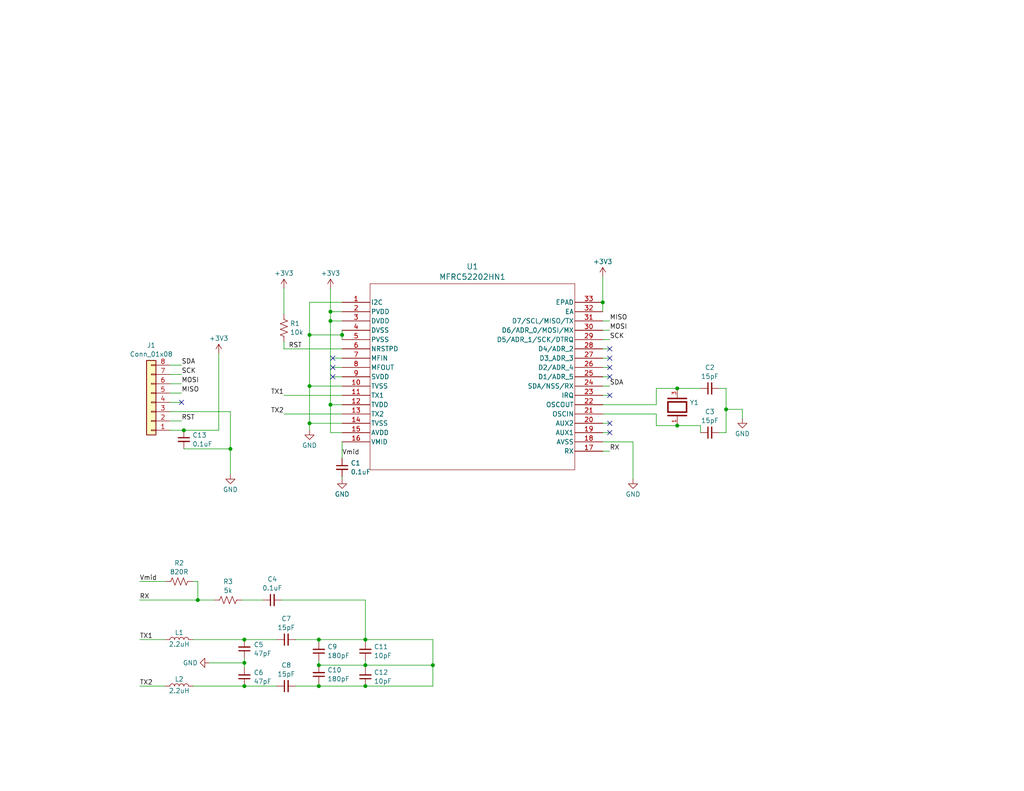
<source format=kicad_sch>
(kicad_sch (version 20230121) (generator eeschema)
  (paper "USLetter")
  (title_block (title "RFID Board") (date "2025-03-01") (rev "1.0") (company "ECE 445: Senior Capstone Project") (comment 1 "Designed By: Omkar Kulkarni & Kathryn Thompson"))
  (lib_symbols
    (symbol "Connector_Generic:Conn_01x08" (pin_names (offset 1.016) hide)
      (property "Reference" "J" (at 0 10.16 0))
      (property "Value" "Conn_01x08" (at 0 -12.7 0))
      (symbol "Conn_01x08_1_1"
        (rectangle (start -1.27 -10.033) (end 0 -10.287) (stroke (width 0.1524)))
        (rectangle (start -1.27 -7.493) (end 0 -7.747) (stroke (width 0.1524)))
        (rectangle (start -1.27 -4.953) (end 0 -5.207) (stroke (width 0.1524)))
        (rectangle (start -1.27 -2.413) (end 0 -2.667) (stroke (width 0.1524)))
        (rectangle (start -1.27 0.127) (end 0 -0.127) (stroke (width 0.1524)))
        (rectangle (start -1.27 2.667) (end 0 2.413) (stroke (width 0.1524)))
        (rectangle (start -1.27 5.207) (end 0 4.953) (stroke (width 0.1524)))
        (rectangle (start -1.27 7.747) (end 0 7.493) (stroke (width 0.1524)))
        (rectangle (start -1.27 8.89) (end 1.27 -11.43) (stroke (width 0.254)) (fill (type background)))
        (pin passive line (at -5.08 7.62 0) (length 3.81) (name "Pin_1") (number "1"))
        (pin passive line (at -5.08 5.08 0) (length 3.81) (name "Pin_2") (number "2"))
        (pin passive line (at -5.08 2.54 0) (length 3.81) (name "Pin_3") (number "3"))
        (pin passive line (at -5.08 0 0) (length 3.81) (name "Pin_4") (number "4"))
        (pin passive line (at -5.08 -2.54 0) (length 3.81) (name "Pin_5") (number "5"))
        (pin passive line (at -5.08 -5.08 0) (length 3.81) (name "Pin_6") (number "6"))
        (pin passive line (at -5.08 -7.62 0) (length 3.81) (name "Pin_7") (number "7"))
        (pin passive line (at -5.08 -10.16 0) (length 3.81) (name "Pin_8") (number "8"))
      )
    )
    (symbol "Device:C_Small" (pin_numbers hide) (pin_names (offset 0.254) hide)
      (property "Reference" "C" (at 0.254 1.778 0))
      (property "Value" "C_Small" (at 0.254 -2.032 0))
      (symbol "C_Small_0_1"
        (polyline (pts (xy -1.524 -0.508) (xy 1.524 -0.508)) (stroke (width 0.3302)))
        (polyline (pts (xy -1.524 0.508) (xy 1.524 0.508)) (stroke (width 0.3048)))
      )
      (symbol "C_Small_1_1"
        (pin passive line (at 0 2.54 270) (length 2.032) (name "~") (number "1"))
        (pin passive line (at 0 -2.54 90) (length 2.032) (name "~") (number "2"))
      )
    )
    (symbol "Device:L" (pin_numbers hide) (pin_names (offset 1.016) hide)
      (property "Reference" "L" (at -1.27 0 90))
      (property "Value" "L" (at 1.905 0 90))
      (symbol "L_0_1"
        (arc (start 0 -2.54) (mid 0.6323 -1.905) (end 0 -1.27))
        (arc (start 0 -1.27) (mid 0.6323 -0.635) (end 0 0))
        (arc (start 0 0) (mid 0.6323 0.635) (end 0 1.27))
        (arc (start 0 1.27) (mid 0.6323 1.905) (end 0 2.54))
      )
      (symbol "L_1_1"
        (pin passive line (at 0 3.81 270) (length 1.27) (name "1") (number "1"))
        (pin passive line (at 0 -3.81 90) (length 1.27) (name "2") (number "2"))
      )
    )
    (symbol "MFRC52202HN1:MFRC52202HN1" (pin_names (offset 0.254))
      (property "Reference" "U" (at 35.56 10.16 0))
      (property "Value" "MFRC52202HN1" (at 35.56 7.62 0))
      (symbol "MFRC52202HN1_0_1"
        (polyline (pts (xy 7.62 -45.72) (xy 63.5 -45.72)) (stroke (width 0.127)))
        (polyline (pts (xy 7.62 5.08) (xy 7.62 -45.72)) (stroke (width 0.127)))
        (polyline (pts (xy 63.5 -45.72) (xy 63.5 5.08)) (stroke (width 0.127)))
        (polyline (pts (xy 63.5 5.08) (xy 7.62 5.08)) (stroke (width 0.127)))
        (pin input line (at 0 0 0) (length 7.62) (name "I2C") (number "1"))
        (pin power_in line (at 0 -22.86 0) (length 7.62) (name "TVSS") (number "10"))
        (pin output line (at 0 -25.4 0) (length 7.62) (name "TX1") (number "11"))
        (pin power_in line (at 0 -27.94 0) (length 7.62) (name "TVDD") (number "12"))
        (pin output line (at 0 -30.48 0) (length 7.62) (name "TX2") (number "13"))
        (pin power_in line (at 0 -33.02 0) (length 7.62) (name "TVSS") (number "14"))
        (pin power_in line (at 0 -35.56 0) (length 7.62) (name "AVDD") (number "15"))
        (pin power_in line (at 0 -38.1 0) (length 7.62) (name "VMID") (number "16"))
        (pin input line (at 71.12 -40.64 180) (length 7.62) (name "RX") (number "17"))
        (pin power_in line (at 71.12 -38.1 180) (length 7.62) (name "AVSS") (number "18"))
        (pin output line (at 71.12 -35.56 180) (length 7.62) (name "AUX1") (number "19"))
        (pin power_in line (at 0 -2.54 0) (length 7.62) (name "PVDD") (number "2"))
        (pin output line (at 71.12 -33.02 180) (length 7.62) (name "AUX2") (number "20"))
        (pin input line (at 71.12 -30.48 180) (length 7.62) (name "OSCIN") (number "21"))
        (pin output line (at 71.12 -27.94 180) (length 7.62) (name "OSCOUT") (number "22"))
        (pin output line (at 71.12 -25.4 180) (length 7.62) (name "IRQ") (number "23"))
        (pin bidirectional line (at 71.12 -22.86 180) (length 7.62) (name "SDA/NSS/RX") (number "24"))
        (pin bidirectional line (at 71.12 -20.32 180) (length 7.62) (name "D1/ADR_5") (number "25"))
        (pin bidirectional line (at 71.12 -17.78 180) (length 7.62) (name "D2/ADR_4") (number "26"))
        (pin bidirectional line (at 71.12 -15.24 180) (length 7.62) (name "D3_ADR_3") (number "27"))
        (pin bidirectional line (at 71.12 -12.7 180) (length 7.62) (name "D4/ADR_2") (number "28"))
        (pin bidirectional line (at 71.12 -10.16 180) (length 7.62) (name "D5/ADR_1/SCK/DTRQ") (number "29"))
        (pin power_in line (at 0 -5.08 0) (length 7.62) (name "DVDD") (number "3"))
        (pin bidirectional line (at 71.12 -7.62 180) (length 7.62) (name "D6/ADR_0/MOSI/MX") (number "30"))
        (pin bidirectional line (at 71.12 -5.08 180) (length 7.62) (name "D7/SCL/MISO/TX") (number "31"))
        (pin input line (at 71.12 -2.54 180) (length 7.62) (name "EA") (number "32"))
        (pin unspecified line (at 71.12 0 180) (length 7.62) (name "EPAD") (number "33"))
        (pin power_in line (at 0 -7.62 0) (length 7.62) (name "DVSS") (number "4"))
        (pin power_in line (at 0 -10.16 0) (length 7.62) (name "PVSS") (number "5"))
        (pin input line (at 0 -12.7 0) (length 7.62) (name "NRSTPD") (number "6"))
        (pin input line (at 0 -15.24 0) (length 7.62) (name "MFIN") (number "7"))
        (pin output line (at 0 -17.78 0) (length 7.62) (name "MFOUT") (number "8"))
        (pin power_in line (at 0 -20.32 0) (length 7.62) (name "SVDD") (number "9"))
      )
    )
    (symbol "XRCGB27M120F3G00R0:XRCGB27M120F3G00R0" (pin_names (offset 1.016))
      (property "Reference" "Y" (at -5.0878 3.8159 0))
      (property "Value" "XRCGB27M120F3G00R0" (at -5.0944 -5.0944 0))
      (symbol "XRCGB27M120F3G00R0_0_0"
        (polyline (pts (xy -2.3368 2.54) (xy -2.3368 -2.54)) (stroke (width 0.4064)))
        (polyline (pts (xy -1.397 2.54) (xy -1.397 -2.54)) (stroke (width 0.4064)))
        (polyline (pts (xy -1.397 2.54) (xy 1.397 2.54)) (stroke (width 0.4064)))
        (polyline (pts (xy 1.397 -2.54) (xy -1.397 -2.54)) (stroke (width 0.4064)))
        (polyline (pts (xy 1.397 2.54) (xy 1.397 -2.54)) (stroke (width 0.4064)))
        (polyline (pts (xy 2.3368 2.54) (xy 2.3368 -2.54)) (stroke (width 0.4064)))
        (pin passive line (at -5.08 0 0) (length 2.54) (name "~") (number "1"))
        (pin passive line (at 5.08 0 180) (length 2.54) (name "~") (number "3"))
      )
    )
    (symbol "device:C_Small" (pin_numbers hide) (pin_names (offset 0.254) hide)
      (property "Reference" "C" (at 0.254 1.778 0))
      (property "Value" "C_Small" (at 0.254 -2.032 0))
      (symbol "C_Small_0_1"
        (polyline (pts (xy -1.524 -0.508) (xy 1.524 -0.508)) (stroke (width 0.3302)))
        (polyline (pts (xy -1.524 0.508) (xy 1.524 0.508)) (stroke (width 0.3048)))
      )
      (symbol "C_Small_1_1"
        (pin passive line (at 0 2.54 270) (length 2.032) (name "~") (number "1"))
        (pin passive line (at 0 -2.54 90) (length 2.032) (name "~") (number "2"))
      )
    )
    (symbol "device:R_US" (pin_numbers hide) (pin_names (offset 0))
      (property "Reference" "R" (at 2.54 0 90))
      (property "Value" "R_US" (at -2.54 0 90))
      (symbol "R_US_0_1"
        (polyline (pts (xy 0 -2.286) (xy 0 -2.54)))
        (polyline (pts (xy 0 2.286) (xy 0 2.54)))
        (polyline (pts (xy 0 -0.762) (xy 1.016 -1.143) (xy 0 -1.524) (xy -1.016 -1.905) (xy 0 -2.286)))
        (polyline (pts (xy 0 0.762) (xy 1.016 0.381) (xy 0 0) (xy -1.016 -0.381) (xy 0 -0.762)))
        (polyline (pts (xy 0 2.286) (xy 1.016 1.905) (xy 0 1.524) (xy -1.016 1.143) (xy 0 0.762)))
      )
      (symbol "R_US_1_1"
        (pin passive line (at 0 3.81 270) (length 1.27) (name "~") (number "1"))
        (pin passive line (at 0 -3.81 90) (length 1.27) (name "~") (number "2"))
      )
    )
    (symbol "power:+3V3" (power) (pin_names (offset 0))
      (property "Value" "+3V3" (at 0 3.556 0))
      (symbol "+3V3_0_1"
        (polyline (pts (xy -0.762 1.27) (xy 0 2.54)))
        (polyline (pts (xy 0 0) (xy 0 2.54)))
        (polyline (pts (xy 0 2.54) (xy 0.762 1.27)))
      )
      (symbol "+3V3_1_1"
        (pin power_in line (at 0 0 90) (length 0) hide (name "+3V3") (number "1"))
      )
    )
    (symbol "power:GND" (power) (pin_names (offset 0))
      (property "Value" "GND" (at 0 -3.81 0))
      (symbol "GND_0_1"
        (polyline (pts (xy 0 0) (xy 0 -1.27) (xy 1.27 -1.27) (xy 0 -2.54) (xy -1.27 -1.27) (xy 0 -1.27)))
      )
      (symbol "GND_1_1"
        (pin power_in line (at 0 0 270) (length 0) hide (name "GND") (number "1"))
      )
    )
  )
  (junction (at 184.785 116.205))
  (junction (at 164.465 82.55))
  (junction (at 99.695 174.625))
  (junction (at 66.675 174.625))
  (junction (at 84.455 115.57))
  (junction (at 84.455 105.41))
  (junction (at 99.695 181.61))
  (junction (at 86.995 174.625))
  (junction (at 86.995 181.61))
  (junction (at 86.995 187.325))
  (junction (at 184.785 106.045))
  (junction (at 84.455 91.44))
  (junction (at 50.165 117.475))
  (junction (at 93.345 91.44))
  (junction (at 90.17 87.63))
  (junction (at 53.975 163.83))
  (junction (at 90.17 110.49))
  (junction (at 90.17 85.09))
  (junction (at 99.695 187.325))
  (junction (at 66.675 180.975))
  (junction (at 62.865 122.555))
  (junction (at 118.11 181.61))
  (junction (at 198.12 111.76))
  (junction (at 66.675 187.325))
  (no_connect (at 166.37 95.25))
  (no_connect (at 90.805 102.87))
  (no_connect (at 166.37 102.87))
  (no_connect (at 166.37 115.57))
  (no_connect (at 49.53 109.855))
  (no_connect (at 166.37 118.11))
  (no_connect (at 166.37 107.95))
  (no_connect (at 90.805 100.33))
  (no_connect (at 90.805 97.79))
  (no_connect (at 166.37 100.33))
  (no_connect (at 166.37 97.79))
  (wire (pts (xy 46.355 117.475) (xy 50.165 117.475)))
  (wire (pts (xy 38.1 187.325) (xy 45.085 187.325)))
  (wire (pts (xy 84.455 91.44) (xy 84.455 105.41)))
  (wire (pts (xy 164.465 87.63) (xy 166.37 87.63)))
  (wire (pts (xy 93.345 120.65) (xy 93.345 125.095)))
  (wire (pts (xy 46.355 112.395) (xy 62.865 112.395)))
  (wire (pts (xy 93.345 91.44) (xy 84.455 91.44)))
  (wire (pts (xy 52.705 158.75) (xy 53.975 158.75)))
  (wire (pts (xy 76.835 163.83) (xy 99.695 163.83)))
  (wire (pts (xy 164.465 115.57) (xy 166.37 115.57)))
  (wire (pts (xy 164.465 118.11) (xy 166.37 118.11)))
  (wire (pts (xy 196.215 118.11) (xy 198.12 118.11)))
  (wire (pts (xy 196.215 106.045) (xy 198.12 106.045)))
  (wire (pts (xy 184.785 106.045) (xy 191.135 106.045)))
  (wire (pts (xy 164.465 95.25) (xy 166.37 95.25)))
  (wire (pts (xy 62.865 112.395) (xy 62.865 122.555)))
  (wire (pts (xy 198.12 111.76) (xy 198.12 118.11)))
  (wire (pts (xy 164.465 82.55) (xy 164.465 85.09)))
  (wire (pts (xy 164.465 102.87) (xy 166.37 102.87)))
  (wire (pts (xy 90.17 110.49) (xy 93.345 110.49)))
  (wire (pts (xy 164.465 123.19) (xy 166.37 123.19)))
  (wire (pts (xy 93.345 82.55) (xy 84.455 82.55)))
  (wire (pts (xy 164.465 92.71) (xy 166.37 92.71)))
  (wire (pts (xy 52.705 187.325) (xy 66.675 187.325)))
  (wire (pts (xy 164.465 97.79) (xy 166.37 97.79)))
  (wire (pts (xy 80.645 187.325) (xy 86.995 187.325)))
  (wire (pts (xy 46.355 114.935) (xy 49.53 114.935)))
  (wire (pts (xy 164.465 107.95) (xy 166.37 107.95)))
  (wire (pts (xy 90.805 100.33) (xy 93.345 100.33)))
  (wire (pts (xy 179.07 106.045) (xy 184.785 106.045)))
  (wire (pts (xy 93.345 91.44) (xy 93.345 92.71)))
  (wire (pts (xy 50.165 117.475) (xy 59.69 117.475)))
  (wire (pts (xy 184.785 116.205) (xy 191.135 116.205)))
  (wire (pts (xy 172.72 120.65) (xy 172.72 130.81)))
  (wire (pts (xy 77.47 107.95) (xy 93.345 107.95)))
  (wire (pts (xy 66.675 180.975) (xy 66.675 182.245)))
  (wire (pts (xy 179.07 110.49) (xy 179.07 106.045)))
  (wire (pts (xy 86.995 187.325) (xy 99.695 187.325)))
  (wire (pts (xy 172.72 120.65) (xy 164.465 120.65)))
  (wire (pts (xy 184.785 116.205) (xy 179.07 116.205)))
  (wire (pts (xy 46.355 107.315) (xy 49.53 107.315)))
  (wire (pts (xy 164.465 90.17) (xy 166.37 90.17)))
  (wire (pts (xy 66.675 187.325) (xy 75.565 187.325)))
  (wire (pts (xy 164.465 100.33) (xy 166.37 100.33)))
  (wire (pts (xy 191.135 118.11) (xy 191.135 116.205)))
  (wire (pts (xy 90.17 87.63) (xy 90.17 110.49)))
  (wire (pts (xy 84.455 82.55) (xy 84.455 91.44)))
  (wire (pts (xy 66.675 174.625) (xy 75.565 174.625)))
  (wire (pts (xy 66.675 179.705) (xy 66.675 180.975)))
  (wire (pts (xy 62.865 122.555) (xy 62.865 129.54)))
  (wire (pts (xy 90.17 110.49) (xy 90.17 118.11)))
  (wire (pts (xy 66.04 163.83) (xy 71.755 163.83)))
  (wire (pts (xy 99.695 163.83) (xy 99.695 174.625)))
  (wire (pts (xy 118.11 187.325) (xy 99.695 187.325)))
  (wire (pts (xy 59.69 96.52) (xy 59.69 117.475)))
  (wire (pts (xy 84.455 115.57) (xy 93.345 115.57)))
  (wire (pts (xy 93.345 118.11) (xy 90.17 118.11)))
  (wire (pts (xy 118.11 174.625) (xy 118.11 181.61)))
  (wire (pts (xy 93.345 95.25) (xy 77.47 95.25)))
  (wire (pts (xy 164.465 75.565) (xy 164.465 82.55)))
  (wire (pts (xy 84.455 105.41) (xy 84.455 115.57)))
  (wire (pts (xy 99.695 174.625) (xy 118.11 174.625)))
  (wire (pts (xy 90.805 97.79) (xy 93.345 97.79)))
  (wire (pts (xy 46.355 99.695) (xy 49.53 99.695)))
  (wire (pts (xy 77.47 113.03) (xy 93.345 113.03)))
  (wire (pts (xy 90.17 78.74) (xy 90.17 85.09)))
  (wire (pts (xy 99.695 181.61) (xy 99.695 182.245)))
  (wire (pts (xy 84.455 115.57) (xy 84.455 117.475)))
  (wire (pts (xy 99.695 181.61) (xy 118.11 181.61)))
  (wire (pts (xy 164.465 110.49) (xy 179.07 110.49)))
  (wire (pts (xy 93.345 130.175) (xy 93.345 130.81)))
  (wire (pts (xy 46.355 102.235) (xy 49.53 102.235)))
  (wire (pts (xy 118.11 181.61) (xy 118.11 187.325)))
  (wire (pts (xy 198.12 111.76) (xy 202.565 111.76)))
  (wire (pts (xy 57.15 180.975) (xy 66.675 180.975)))
  (wire (pts (xy 46.355 109.855) (xy 49.53 109.855)))
  (wire (pts (xy 198.12 106.045) (xy 198.12 111.76)))
  (wire (pts (xy 38.1 158.75) (xy 45.085 158.75)))
  (wire (pts (xy 93.345 90.17) (xy 93.345 91.44)))
  (wire (pts (xy 90.17 87.63) (xy 93.345 87.63)))
  (wire (pts (xy 77.47 85.725) (xy 77.47 78.74)))
  (wire (pts (xy 80.645 174.625) (xy 86.995 174.625)))
  (wire (pts (xy 99.695 180.34) (xy 99.695 181.61)))
  (wire (pts (xy 164.465 105.41) (xy 166.37 105.41)))
  (wire (pts (xy 77.47 95.25) (xy 77.47 93.345)))
  (wire (pts (xy 99.695 174.625) (xy 86.995 174.625)))
  (wire (pts (xy 90.805 102.87) (xy 93.345 102.87)))
  (wire (pts (xy 179.07 116.205) (xy 179.07 113.03)))
  (wire (pts (xy 38.1 163.83) (xy 53.975 163.83)))
  (wire (pts (xy 86.995 180.34) (xy 86.995 181.61)))
  (wire (pts (xy 164.465 113.03) (xy 179.07 113.03)))
  (wire (pts (xy 52.705 174.625) (xy 66.675 174.625)))
  (wire (pts (xy 86.995 186.69) (xy 86.995 187.325)))
  (wire (pts (xy 53.975 158.75) (xy 53.975 163.83)))
  (wire (pts (xy 46.355 104.775) (xy 49.53 104.775)))
  (wire (pts (xy 90.17 85.09) (xy 90.17 87.63)))
  (wire (pts (xy 53.975 163.83) (xy 58.42 163.83)))
  (wire (pts (xy 202.565 111.76) (xy 202.565 114.3)))
  (wire (pts (xy 50.165 122.555) (xy 62.865 122.555)))
  (wire (pts (xy 86.995 174.625) (xy 86.995 175.26)))
  (wire (pts (xy 99.695 175.26) (xy 99.695 174.625)))
  (wire (pts (xy 86.995 181.61) (xy 99.695 181.61)))
  (wire (pts (xy 90.17 85.09) (xy 93.345 85.09)))
  (wire (pts (xy 38.1 174.625) (xy 45.085 174.625)))
  (wire (pts (xy 93.345 105.41) (xy 84.455 105.41)))
  (label "MISO" (at 166.37 87.63 0))
  (label "TX1" (at 38.1 174.625 0))
  (label "MOSI" (at 49.53 104.775 0))
  (label "SCK" (at 166.37 92.71 0))
  (label "Vmid" (at 38.1 158.75 0))
  (label "MISO" (at 49.53 107.315 0))
  (label "SDA" (at 166.37 105.41 0))
  (label "TX2" (at 38.1 187.325 0))
  (label "Vmid" (at 93.345 124.46 0))
  (label "MOSI" (at 166.37 90.17 0))
  (label "RST" (at 78.74 95.25 0))
  (label "TX1" (at 77.47 107.95 180))
  (label "RX" (at 38.1 163.83 0))
  (label "TX2" (at 77.47 113.03 180))
  (label "SDA" (at 49.53 99.695 0))
  (label "RST" (at 49.53 114.935 0))
  (label "RX" (at 166.37 123.19 0))
  (label "SCK" (at 49.53 102.235 0))
  (symbol (lib_id "device:R_US") (at 62.23 163.83 90) (unit 1)
    (property "Reference" "R3" (at 62.23 158.7967 90))
    (property "Value" "5k" (at 62.23 161.2209 90))
  )
  (symbol (lib_id "device:C_Small") (at 99.695 184.785 180) (unit 1)
    (property "Reference" "C12" (at 102.0191 183.5665 0) (effects (justify right)))
    (property "Value" "10pF" (at 102.0191 185.9907 0) (effects (justify right)))
  )
  (symbol (lib_id "device:C_Small") (at 78.105 174.625 90) (unit 1)
    (property "Reference" "C7" (at 78.1113 168.9186 90))
    (property "Value" "15pF" (at 78.1113 171.3428 90))
  )
  (symbol (lib_id "device:C_Small") (at 99.695 177.8 180) (unit 1)
    (property "Reference" "C11" (at 102.0191 176.5815 0) (effects (justify right)))
    (property "Value" "10pF" (at 102.0191 179.0057 0) (effects (justify right)))
  )
  (symbol (lib_id "power:GND") (at 172.72 130.81 0) (unit 1)
    (property "Reference" "#PWR08" (effects hide))
    (property "Value" "GND" (at 172.72 134.9431 0))
  )
  (symbol (lib_id "Device:L") (at 48.895 187.325 90) (unit 1)
    (property "Reference" "L2" (at 48.895 185.42 90))
    (property "Value" "2.2uH" (at 48.895 188.595 90))
  )
  (symbol (lib_id "power:+3V3") (at 90.17 78.74 0) (unit 1)
    (property "Reference" "#PWR05" (effects hide))
    (property "Value" "+3V3" (at 90.17 74.6069 0))
  )
  (symbol (lib_id "device:C_Small") (at 86.995 184.15 180) (unit 1)
    (property "Reference" "C10" (at 89.3191 182.9315 0) (effects (justify right)))
    (property "Value" "180pF" (at 89.3191 185.3557 0) (effects (justify right)))
  )
  (symbol (lib_id "device:C_Small") (at 193.675 106.045 90) (unit 1)
    (property "Reference" "C2" (at 193.6813 100.3386 90))
    (property "Value" "15pF" (at 193.6813 102.7628 90))
  )
  (symbol (lib_id "device:C_Small") (at 86.995 177.8 180) (unit 1)
    (property "Reference" "C9" (at 89.3191 176.5815 0) (effects (justify right)))
    (property "Value" "180pF" (at 89.3191 179.0057 0) (effects (justify right)))
  )
  (symbol (lib_id "Device:C_Small") (at 50.165 120.015 0) (unit 1)
    (property "Reference" "C13" (at 52.4891 118.8092 0) (effects (justify left)))
    (property "Value" "0.1uF" (at 52.4891 121.2334 0) (effects (justify left)))
  )
  (symbol (lib_id "Connector_Generic:Conn_01x08") (at 41.275 109.855 180) (unit 1)
    (property "Reference" "J1" (at 41.275 94.2807 0))
    (property "Value" "Conn_01x08" (at 41.275 96.7049 0))
  )
  (symbol (lib_id "power:GND") (at 62.865 129.54 0) (unit 1)
    (property "Reference" "#PWR01" (effects hide))
    (property "Value" "GND" (at 62.865 133.6731 0))
  )
  (symbol (lib_id "device:C_Small") (at 78.105 187.325 90) (unit 1)
    (property "Reference" "C8" (at 78.1113 181.6186 90))
    (property "Value" "15pF" (at 78.1113 184.0428 90))
  )
  (symbol (lib_id "device:C_Small") (at 66.675 184.785 180) (unit 1)
    (property "Reference" "C6" (at 69.215 183.6308 0) (effects (justify right)))
    (property "Value" "47pF" (at 69.215 186.055 0) (effects (justify right)))
  )
  (symbol (lib_id "device:R_US") (at 48.895 158.75 90) (unit 1)
    (property "Reference" "R2" (at 48.895 153.7167 90))
    (property "Value" "820R" (at 48.895 156.1409 90))
  )
  (symbol (lib_id "device:C_Small") (at 193.675 118.11 90) (unit 1)
    (property "Reference" "C3" (at 193.6813 112.4036 90))
    (property "Value" "15pF" (at 193.6813 114.8278 90))
  )
  (symbol (lib_id "power:+3V3") (at 59.69 96.52 0) (unit 1)
    (property "Reference" "#PWR02" (effects hide))
    (property "Value" "+3V3" (at 59.69 92.3869 0))
  )
  (symbol (lib_id "device:C_Small") (at 93.345 127.635 0) (unit 1)
    (property "Reference" "C1" (at 95.6691 126.4292 0) (effects (justify left)))
    (property "Value" "0.1uF" (at 95.6691 128.8534 0) (effects (justify left)))
  )
  (symbol (lib_id "power:GND") (at 93.345 130.81 0) (unit 1)
    (property "Reference" "#PWR06" (effects hide))
    (property "Value" "GND" (at 93.345 134.9431 0))
  )
  (symbol (lib_id "device:R_US") (at 77.47 89.535 0) (unit 1)
    (property "Reference" "R1" (at 79.121 88.3229 0) (effects (justify left)))
    (property "Value" "10k" (at 79.121 90.7471 0) (effects (justify left)))
  )
  (symbol (lib_id "device:C_Small") (at 74.295 163.83 90) (unit 1)
    (property "Reference" "C4" (at 74.3013 158.1236 90))
    (property "Value" "0.1uF" (at 74.3013 160.5478 90))
  )
  (symbol (lib_id "power:+3V3") (at 77.47 78.74 0) (unit 1)
    (property "Reference" "#PWR03" (effects hide))
    (property "Value" "+3V3" (at 77.47 74.6069 0))
  )
  (symbol (lib_id "device:C_Small") (at 66.675 177.165 180) (unit 1)
    (property "Reference" "C5" (at 69.215 176.0108 0) (effects (justify right)))
    (property "Value" "47pF" (at 69.215 178.435 0) (effects (justify right)))
  )
  (symbol (lib_id "Device:L") (at 48.895 174.625 90) (unit 1)
    (property "Reference" "L1" (at 48.895 172.72 90))
    (property "Value" "2.2uH" (at 48.895 175.895 90))
  )
  (symbol (lib_id "power:GND") (at 84.455 117.475 0) (unit 1)
    (property "Reference" "#PWR04" (effects hide))
    (property "Value" "GND" (at 84.455 121.6081 0))
  )
  (symbol (lib_id "power:+3V3") (at 164.465 75.565 0) (unit 1)
    (property "Reference" "#PWR07" (effects hide))
    (property "Value" "+3V3" (at 164.465 71.4319 0))
  )
  (symbol (lib_id "XRCGB27M120F3G00R0:XRCGB27M120F3G00R0") (at 184.785 111.125 90) (unit 1)
    (property "Reference" "Y1" (at 188.1632 109.9129 90) (effects (justify right)))
    (property "Value" "XRCGB27M120F3G00R0" (effects hide))
    (property "Footprint" "XRCGB27M120F3G00R0:OSC_XRCGB27M120F3G00R0" (effects hide))
    (property "MF" "Murata Electronics" (effects hide))
    (property "MAXIMUM_PACKAGE_HEIGHT" "0.7 mm" (effects hide))
    (property "Package" "SMD-4 Murata" (effects hide))
    (property "Price" "None" (effects hide))
    (property "Check_prices" "https://www.snapeda.com/parts/XRCGB27M120F3G00R0/Murata/view-part/?ref=eda" (effects hide))
    (property "STANDARD" "Manufacturer Recommendations" (effects hide))
    (property "PARTREV" "N/A" (effects hide))
    (property "SnapEDA_Link" "https://www.snapeda.com/parts/XRCGB27M120F3G00R0/Murata/view-part/?ref=snap" (effects hide))
    (property "MP" "XRCGB27M120F3G00R0" (effects hide))
    (property "Description" "\n                        \n                            Crystal 27.12MHz ±30ppm (Tol) ±50ppm (Stability) 6pF 150Ohm 4-Pin SMD T/R\n                        \n" (effects hide))
    (property "Availability" "In Stock" (effects hide))
    (property "MANUFACTURER" "Murata Electronics" (effects hide))
    (property "Link" "https://www.digikey.com/en/products/detail/murata-electronics/XRCGB27M120F3G00R0/9959677" (effects hide))
  )
  (symbol (lib_id "MFRC52202HN1:MFRC52202HN1") (at 93.345 82.55 0) (unit 1)
    (property "Reference" "U1" (at 128.905 72.7763 0) (effects (font (size 1.524 1.524))))
    (property "Value" "MFRC52202HN1" (at 128.905 75.6091 0) (effects (font (size 1.524 1.524))))
    (property "Footprint" "HVQFN32_5X5_NXP" (effects hide))
    (property "Datasheet" "MFRC52202HN1" (effects hide))
  )
  (symbol (lib_id "power:GND") (at 57.15 180.975 270) (unit 1)
    (property "Reference" "#PWR010" (effects hide))
    (property "Value" "GND" (at 53.9751 180.975 90) (effects (justify right)))
  )
  (symbol (lib_id "power:GND") (at 202.565 114.3 0) (unit 1)
    (property "Reference" "#PWR09" (effects hide))
    (property "Value" "GND" (at 202.565 118.4331 0))
  )
)
</source>
